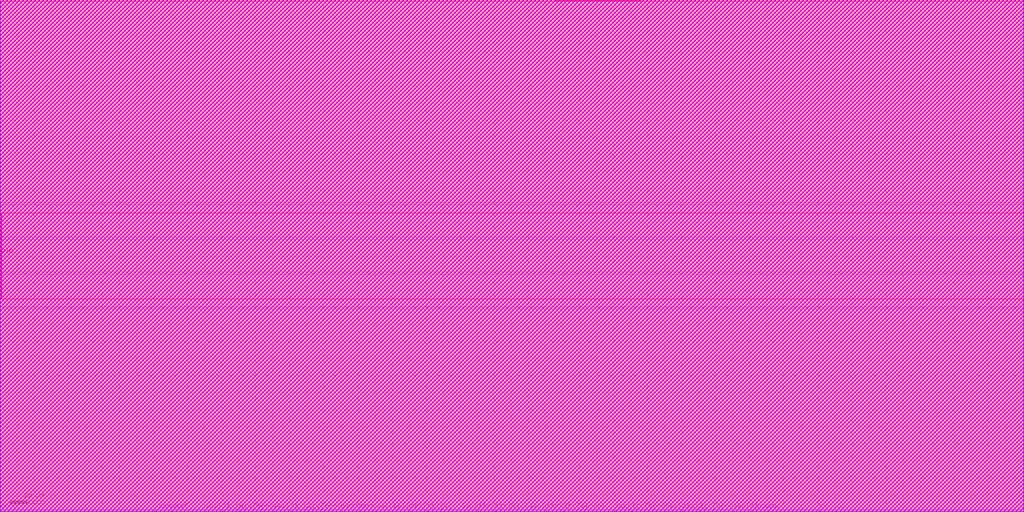
<source format=lef>
##
## LEF for PtnCells ;
## created by Innovus v20.11-s130_1 on Wed Dec 15 22:42:15 2021
##

VERSION 5.8 ;

BUSBITCHARS "[]" ;
DIVIDERCHAR "/" ;

MACRO BATCHARGERpower
  CLASS BLOCK ;
  SIZE 600.800000 BY 300.800000 ;
  FOREIGN BATCHARGERpower 0.000000 0.000000 ;
  ORIGIN 0 0 ;
  SYMMETRY X Y R90 ;
  PIN iforcedbat
    DIRECTION OUTPUT ;
    USE SIGNAL ;
    PORT
      LAYER metal6 ;
        RECT 325.600000 300.160000 375.600000 300.800000 ;
      LAYER metal5 ;
        RECT 325.600000 300.160000 375.600000 300.800000 ;
    END
  END iforcedbat
  PIN vbatcurr
    DIRECTION OUTPUT ;
    USE SIGNAL ;
    PORT
      LAYER metal1 ;
        RECT 200.520000 0.000000 200.680000 0.640000 ;
    END
  END vbatcurr
  PIN vsensbat
    DIRECTION INPUT ;
    USE SIGNAL ;
    PORT
      LAYER metal1 ;
        RECT 90.520000 0.000000 90.680000 0.640000 ;
    END
  END vsensbat
  PIN vref
    DIRECTION INPUT ;
    USE SIGNAL ;
    PORT
      LAYER metal1 ;
        RECT 100.520000 0.000000 100.680000 0.640000 ;
    END
  END vref
  PIN vin
    DIRECTION INPUT ;
    USE SIGNAL ;
    PORT
      LAYER metal6 ;
        RECT 0.000000 125.200000 0.640000 175.200000 ;
    END
  END vin
  PIN ibias1u
    DIRECTION INPUT ;
    USE SIGNAL ;
    PORT
      LAYER metal1 ;
        RECT 440.520000 0.000000 440.680000 0.640000 ;
    END
  END ibias1u
  PIN icc[7]
    DIRECTION INPUT ;
    USE SIGNAL ;
    PORT
      LAYER metal1 ;
        RECT 360.520000 0.000000 360.680000 0.640000 ;
    END
  END icc[7]
  PIN icc[6]
    DIRECTION INPUT ;
    USE SIGNAL ;
    PORT
      LAYER metal1 ;
        RECT 370.520000 0.000000 370.680000 0.640000 ;
    END
  END icc[6]
  PIN icc[5]
    DIRECTION INPUT ;
    USE SIGNAL ;
    PORT
      LAYER metal1 ;
        RECT 380.520000 0.000000 380.680000 0.640000 ;
    END
  END icc[5]
  PIN icc[4]
    DIRECTION INPUT ;
    USE SIGNAL ;
    PORT
      LAYER metal1 ;
        RECT 390.520000 0.000000 390.680000 0.640000 ;
    END
  END icc[4]
  PIN icc[3]
    DIRECTION INPUT ;
    USE SIGNAL ;
    PORT
      LAYER metal1 ;
        RECT 400.520000 0.000000 400.680000 0.640000 ;
    END
  END icc[3]
  PIN icc[2]
    DIRECTION INPUT ;
    USE SIGNAL ;
    PORT
      LAYER metal1 ;
        RECT 410.520000 0.000000 410.680000 0.640000 ;
    END
  END icc[2]
  PIN icc[1]
    DIRECTION INPUT ;
    USE SIGNAL ;
    PORT
      LAYER metal1 ;
        RECT 420.520000 0.000000 420.680000 0.640000 ;
    END
  END icc[1]
  PIN icc[0]
    DIRECTION INPUT ;
    USE SIGNAL ;
    PORT
      LAYER metal1 ;
        RECT 430.520000 0.000000 430.680000 0.640000 ;
    END
  END icc[0]
  PIN itc[7]
    DIRECTION INPUT ;
    USE SIGNAL ;
    PORT
      LAYER metal1 ;
        RECT 270.520000 0.000000 270.680000 0.640000 ;
    END
  END itc[7]
  PIN itc[6]
    DIRECTION INPUT ;
    USE SIGNAL ;
    PORT
      LAYER metal1 ;
        RECT 280.520000 0.000000 280.680000 0.640000 ;
    END
  END itc[6]
  PIN itc[5]
    DIRECTION INPUT ;
    USE SIGNAL ;
    PORT
      LAYER metal1 ;
        RECT 290.520000 0.000000 290.680000 0.640000 ;
    END
  END itc[5]
  PIN itc[4]
    DIRECTION INPUT ;
    USE SIGNAL ;
    PORT
      LAYER metal1 ;
        RECT 300.520000 0.000000 300.680000 0.640000 ;
    END
  END itc[4]
  PIN itc[3]
    DIRECTION INPUT ;
    USE SIGNAL ;
    PORT
      LAYER metal1 ;
        RECT 310.520000 0.000000 310.680000 0.640000 ;
    END
  END itc[3]
  PIN itc[2]
    DIRECTION INPUT ;
    USE SIGNAL ;
    PORT
      LAYER metal1 ;
        RECT 320.520000 0.000000 320.680000 0.640000 ;
    END
  END itc[2]
  PIN itc[1]
    DIRECTION INPUT ;
    USE SIGNAL ;
    PORT
      LAYER metal1 ;
        RECT 330.520000 0.000000 330.680000 0.640000 ;
    END
  END itc[1]
  PIN itc[0]
    DIRECTION INPUT ;
    USE SIGNAL ;
    PORT
      LAYER metal1 ;
        RECT 340.520000 0.000000 340.680000 0.640000 ;
    END
  END itc[0]
  PIN vcv[7]
    DIRECTION INPUT ;
    USE SIGNAL ;
    PORT
      LAYER metal1 ;
        RECT 120.520000 0.000000 120.680000 0.640000 ;
    END
  END vcv[7]
  PIN vcv[6]
    DIRECTION INPUT ;
    USE SIGNAL ;
    PORT
      LAYER metal1 ;
        RECT 130.520000 0.000000 130.680000 0.640000 ;
    END
  END vcv[6]
  PIN vcv[5]
    DIRECTION INPUT ;
    USE SIGNAL ;
    PORT
      LAYER metal1 ;
        RECT 140.520000 0.000000 140.680000 0.640000 ;
    END
  END vcv[5]
  PIN vcv[4]
    DIRECTION INPUT ;
    USE SIGNAL ;
    PORT
      LAYER metal1 ;
        RECT 150.520000 0.000000 150.680000 0.640000 ;
    END
  END vcv[4]
  PIN vcv[3]
    DIRECTION INPUT ;
    USE SIGNAL ;
    PORT
      LAYER metal1 ;
        RECT 160.520000 0.000000 160.680000 0.640000 ;
    END
  END vcv[3]
  PIN vcv[2]
    DIRECTION INPUT ;
    USE SIGNAL ;
    PORT
      LAYER metal1 ;
        RECT 170.520000 0.000000 170.680000 0.640000 ;
    END
  END vcv[2]
  PIN vcv[1]
    DIRECTION INPUT ;
    USE SIGNAL ;
    PORT
      LAYER metal1 ;
        RECT 180.520000 0.000000 180.680000 0.640000 ;
    END
  END vcv[1]
  PIN vcv[0]
    DIRECTION INPUT ;
    USE SIGNAL ;
    PORT
      LAYER metal1 ;
        RECT 190.520000 0.000000 190.680000 0.640000 ;
    END
  END vcv[0]
  PIN cc
    DIRECTION INPUT ;
    USE SIGNAL ;
    PORT
      LAYER metal1 ;
        RECT 490.520000 0.000000 490.680000 0.640000 ;
    END
  END cc
  PIN tc
    DIRECTION INPUT ;
    USE SIGNAL ;
    PORT
      LAYER metal1 ;
        RECT 210.520000 0.000000 210.680000 0.640000 ;
    END
  END tc
  PIN cv
    DIRECTION INPUT ;
    USE SIGNAL ;
    PORT
      LAYER metal1 ;
        RECT 480.520000 0.000000 480.680000 0.640000 ;
    END
  END cv
  PIN en
    DIRECTION INPUT ;
    USE SIGNAL ;
    PORT
      LAYER metal1 ;
        RECT 450.520000 0.000000 450.680000 0.640000 ;
    END
  END en
  PIN sel[3]
    DIRECTION INPUT ;
    USE SIGNAL ;
    PORT
      LAYER metal1 ;
        RECT 220.520000 0.000000 220.680000 0.640000 ;
    END
  END sel[3]
  PIN sel[2]
    DIRECTION INPUT ;
    USE SIGNAL ;
    PORT
      LAYER metal1 ;
        RECT 230.520000 0.000000 230.680000 0.640000 ;
    END
  END sel[2]
  PIN sel[1]
    DIRECTION INPUT ;
    USE SIGNAL ;
    PORT
      LAYER metal1 ;
        RECT 240.520000 0.000000 240.680000 0.640000 ;
    END
  END sel[1]
  PIN sel[0]
    DIRECTION INPUT ;
    USE SIGNAL ;
    PORT
      LAYER metal1 ;
        RECT 250.520000 0.000000 250.680000 0.640000 ;
    END
  END sel[0]
  PIN avdd
    DIRECTION INOUT ;
    USE SIGNAL ;
    PORT
      LAYER metal1 ;
        RECT 600.160000 160.100000 600.800000 161.100000 ;
    END
  END avdd
  PIN dvdd
    DIRECTION INOUT ;
    USE SIGNAL ;
    PORT
      LAYER metal1 ;
        RECT 600.160000 119.300000 600.800000 120.300000 ;
    END
  END dvdd
  PIN dgnd
    DIRECTION INOUT ;
    USE SIGNAL ;
    PORT
      LAYER metal1 ;
        RECT 600.160000 139.700000 600.800000 140.700000 ;
    END
  END dgnd
  PIN agnd
    DIRECTION INOUT ;
    USE SIGNAL ;
    PORT
      LAYER metal1 ;
        RECT 600.160000 180.500000 600.800000 181.500000 ;
    END
  END agnd
  PIN pgnd
    DIRECTION INOUT ;
    USE SIGNAL ;
    PORT
      LAYER metal1 ;
        RECT 0.000000 0.100000 0.640000 1.100000 ;
    END
  END pgnd
  OBS
    LAYER metal1 ;
      RECT 0.000000 181.660000 600.800000 300.800000 ;
      RECT 0.000000 180.340000 600.000000 181.660000 ;
      RECT 0.000000 161.260000 600.800000 180.340000 ;
      RECT 0.000000 159.940000 600.000000 161.260000 ;
      RECT 0.000000 140.860000 600.800000 159.940000 ;
      RECT 0.000000 139.540000 600.000000 140.860000 ;
      RECT 0.000000 120.460000 600.800000 139.540000 ;
      RECT 0.000000 119.140000 600.000000 120.460000 ;
      RECT 0.000000 1.260000 600.800000 119.140000 ;
      RECT 0.800000 0.800000 600.800000 1.260000 ;
      RECT 490.840000 0.000000 600.800000 0.800000 ;
      RECT 480.840000 0.000000 490.360000 0.800000 ;
      RECT 450.840000 0.000000 480.360000 0.800000 ;
      RECT 440.840000 0.000000 450.360000 0.800000 ;
      RECT 430.840000 0.000000 440.360000 0.800000 ;
      RECT 420.840000 0.000000 430.360000 0.800000 ;
      RECT 410.840000 0.000000 420.360000 0.800000 ;
      RECT 400.840000 0.000000 410.360000 0.800000 ;
      RECT 390.840000 0.000000 400.360000 0.800000 ;
      RECT 380.840000 0.000000 390.360000 0.800000 ;
      RECT 370.840000 0.000000 380.360000 0.800000 ;
      RECT 360.840000 0.000000 370.360000 0.800000 ;
      RECT 340.840000 0.000000 360.360000 0.800000 ;
      RECT 330.840000 0.000000 340.360000 0.800000 ;
      RECT 320.840000 0.000000 330.360000 0.800000 ;
      RECT 310.840000 0.000000 320.360000 0.800000 ;
      RECT 300.840000 0.000000 310.360000 0.800000 ;
      RECT 290.840000 0.000000 300.360000 0.800000 ;
      RECT 280.840000 0.000000 290.360000 0.800000 ;
      RECT 270.840000 0.000000 280.360000 0.800000 ;
      RECT 250.840000 0.000000 270.360000 0.800000 ;
      RECT 240.840000 0.000000 250.360000 0.800000 ;
      RECT 230.840000 0.000000 240.360000 0.800000 ;
      RECT 220.840000 0.000000 230.360000 0.800000 ;
      RECT 210.840000 0.000000 220.360000 0.800000 ;
      RECT 200.840000 0.000000 210.360000 0.800000 ;
      RECT 190.840000 0.000000 200.360000 0.800000 ;
      RECT 180.840000 0.000000 190.360000 0.800000 ;
      RECT 170.840000 0.000000 180.360000 0.800000 ;
      RECT 160.840000 0.000000 170.360000 0.800000 ;
      RECT 150.840000 0.000000 160.360000 0.800000 ;
      RECT 140.840000 0.000000 150.360000 0.800000 ;
      RECT 130.840000 0.000000 140.360000 0.800000 ;
      RECT 120.840000 0.000000 130.360000 0.800000 ;
      RECT 100.840000 0.000000 120.360000 0.800000 ;
      RECT 90.840000 0.000000 100.360000 0.800000 ;
      RECT 0.800000 0.000000 90.360000 0.800000 ;
    LAYER metal2 ;
      RECT 0.000000 0.000000 600.800000 300.800000 ;
    LAYER metal3 ;
      RECT 0.000000 0.000000 600.800000 300.800000 ;
    LAYER metal4 ;
      RECT 0.000000 0.000000 600.800000 300.800000 ;
    LAYER metal5 ;
      RECT 0.000000 0.000000 600.800000 300.800000 ;
    LAYER metal6 ;
      RECT 375.880000 299.880000 600.800000 300.800000 ;
      RECT 0.000000 299.880000 325.320000 300.800000 ;
      RECT 0.000000 175.400000 600.800000 299.880000 ;
      RECT 0.840000 125.000000 600.800000 175.400000 ;
      RECT 0.000000 0.000000 600.800000 125.000000 ;
    LAYER metal7 ;
      RECT 0.000000 0.000000 600.800000 300.800000 ;
    LAYER metal8 ;
      RECT 0.000000 0.000000 600.800000 300.800000 ;
  END
END BATCHARGERpower

END LIBRARY

</source>
